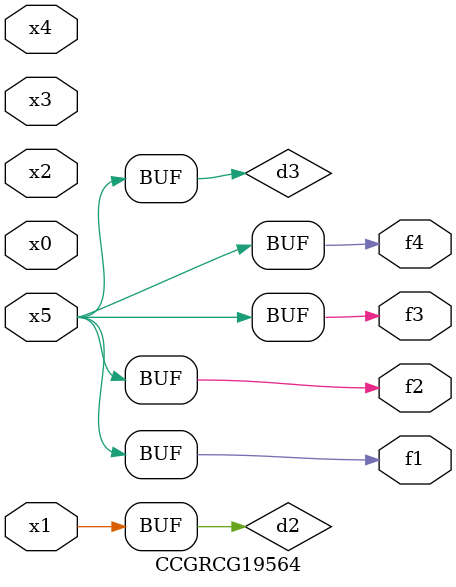
<source format=v>
module CCGRCG19564(
	input x0, x1, x2, x3, x4, x5,
	output f1, f2, f3, f4
);

	wire d1, d2, d3;

	not (d1, x5);
	or (d2, x1);
	xnor (d3, d1);
	assign f1 = d3;
	assign f2 = d3;
	assign f3 = d3;
	assign f4 = d3;
endmodule

</source>
